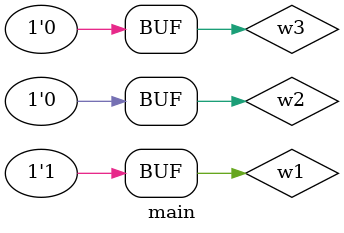
<source format=v>

module main;    //: root_module
supply0 w3;    //: /sn:0 {0}(274,298)(274,290)(258,290){1}
supply1 w1;    //: /sn:0 /dp:1 {0}(258,280)(273,280)(273,263){1}
supply0 w2;    //: /sn:0 {0}(265,178)(265,166)(243,166){1}
wire [7:0] w6;    //: /sn:0 {0}(168,91)(168,139)(203,139)(203,152){1}
wire [7:0] w0;    //: /sn:0 {0}(219,296)(219,331)(312,331)(312,139)(235,139)(235,152){1}
wire [7:0] w8;    //: /sn:0 {0}(219,255)(219,275){1}
wire [7:0] w10;    //: /sn:0 {0}(219,181)(219,239){1}
wire w5;    //: /sn:0 {0}(77,285)(182,285){1}
wire w9;    //: /sn:0 {0}(195,166)(185,166){1}
//: enddecls

  //: supply0 g4 (w3) @(274,304) /sn:0 /w:[ 0 ]
  //: supply1 g3 (w1) @(284,263) /sn:0 /w:[ 1 ]
  add g2 (.A(w6), .B(w0), .S(w10), .CI(w2), .CO(w9));   //: @(219,168) /sn:0 /w:[ 1 1 0 1 0 ]
  clock g1 (.Z(w5));   //: @(64,285) /sn:0 /w:[ 0 ] /omega:100 /phi:0 /duty:50
  //: dip g6 (w6) @(168,81) /sn:0 /w:[ 0 ] /st:0
  buf g7 (.I(w10), .Z(w8));   //: @(219,245) /sn:0 /R:3 /w:[ 1 0 ]
  //: supply0 g5 (w2) @(265,184) /sn:0 /w:[ 0 ]
  register g0 (.Q(w0), .D(w8), .EN(w3), .CLR(w1), .CK(w5));   //: @(219,285) /sn:0 /w:[ 0 1 1 0 1 ]

endmodule

</source>
